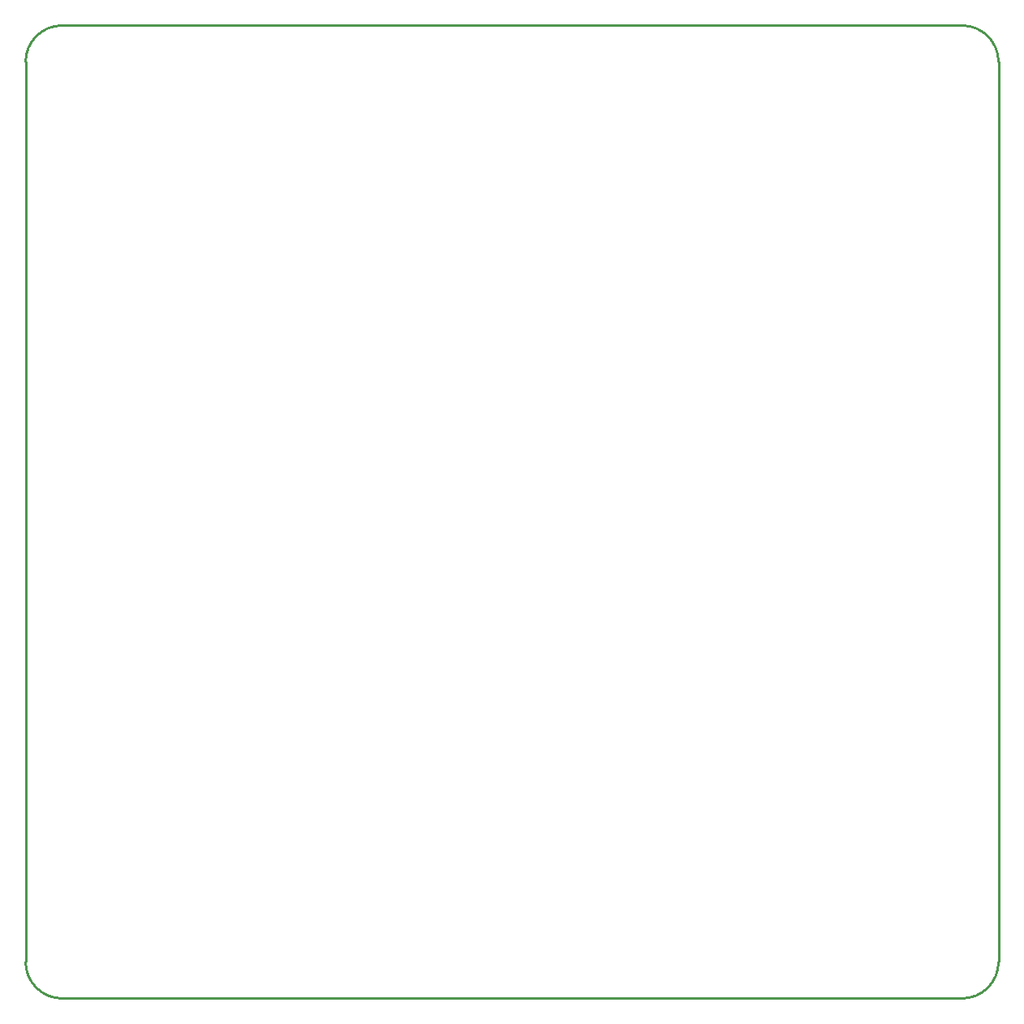
<source format=gbr>
%TF.GenerationSoftware,Altium Limited,Altium Designer,18.1.9 (240)*%
G04 Layer_Color=16711935*
%FSLAX26Y26*%
%MOIN*%
%TF.FileFunction,Other,Mechanical_1*%
%TF.Part,Single*%
G01*
G75*
%TA.AperFunction,NonConductor*%
%ADD26C,0.010000*%
D26*
X0Y150000D02*
G03*
X150000Y0I150000J0D01*
G01*
X3850000D02*
G03*
X4000000Y150000I0J150000D01*
G01*
Y3850000D02*
G03*
X3850000Y4000000I-150000J0D01*
G01*
X150000D02*
G03*
X0Y3850000I0J-150000D01*
G01*
X150000Y0D02*
X3850000D01*
X0Y150000D02*
Y3850000D01*
X150000Y4000000D02*
X3850000D01*
X4000000Y150000D02*
Y3850000D01*
%TF.MD5,521293f04ffc015405fde1a7aa028070*%
M02*

</source>
